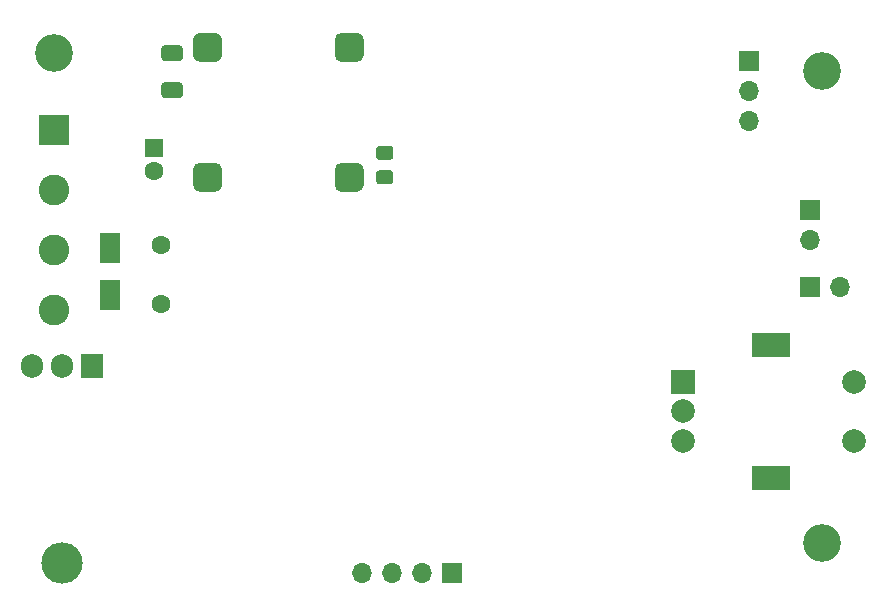
<source format=gbr>
%TF.GenerationSoftware,KiCad,Pcbnew,(5.1.10)-1*%
%TF.CreationDate,2021-10-19T15:37:20+02:00*%
%TF.ProjectId,OpenHeat,4f70656e-4865-4617-942e-6b696361645f,1.0*%
%TF.SameCoordinates,Original*%
%TF.FileFunction,Soldermask,Bot*%
%TF.FilePolarity,Negative*%
%FSLAX46Y46*%
G04 Gerber Fmt 4.6, Leading zero omitted, Abs format (unit mm)*
G04 Created by KiCad (PCBNEW (5.1.10)-1) date 2021-10-19 15:37:20*
%MOMM*%
%LPD*%
G01*
G04 APERTURE LIST*
%ADD10O,1.905000X2.000000*%
%ADD11R,1.905000X2.000000*%
%ADD12O,3.500000X3.500000*%
%ADD13C,3.200000*%
%ADD14R,2.000000X2.000000*%
%ADD15C,2.000000*%
%ADD16R,3.200000X2.000000*%
%ADD17O,1.700000X1.700000*%
%ADD18R,1.700000X1.700000*%
%ADD19C,2.600000*%
%ADD20R,2.600000X2.600000*%
%ADD21R,1.800000X2.500000*%
%ADD22C,1.600000*%
%ADD23R,1.600000X1.600000*%
G04 APERTURE END LIST*
D10*
%TO.C,Q2*%
X103170000Y-130000000D03*
X105710000Y-130000000D03*
D11*
X108250000Y-130000000D03*
D12*
X105710000Y-146660000D03*
%TD*%
D13*
%TO.C,H4*%
X170000000Y-105000000D03*
%TD*%
%TO.C,H3*%
X170000000Y-145000000D03*
%TD*%
%TO.C,H1*%
X105000000Y-103500000D03*
%TD*%
%TO.C,U1*%
G36*
G01*
X128750000Y-103625000D02*
X128750000Y-102375000D01*
G75*
G02*
X129375000Y-101750000I625000J0D01*
G01*
X130625000Y-101750000D01*
G75*
G02*
X131250000Y-102375000I0J-625000D01*
G01*
X131250000Y-103625000D01*
G75*
G02*
X130625000Y-104250000I-625000J0D01*
G01*
X129375000Y-104250000D01*
G75*
G02*
X128750000Y-103625000I0J625000D01*
G01*
G37*
G36*
G01*
X118625000Y-104250000D02*
X117375000Y-104250000D01*
G75*
G02*
X116750000Y-103625000I0J625000D01*
G01*
X116750000Y-102375000D01*
G75*
G02*
X117375000Y-101750000I625000J0D01*
G01*
X118625000Y-101750000D01*
G75*
G02*
X119250000Y-102375000I0J-625000D01*
G01*
X119250000Y-103625000D01*
G75*
G02*
X118625000Y-104250000I-625000J0D01*
G01*
G37*
G36*
G01*
X119250000Y-113375000D02*
X119250000Y-114625000D01*
G75*
G02*
X118625000Y-115250000I-625000J0D01*
G01*
X117375000Y-115250000D01*
G75*
G02*
X116750000Y-114625000I0J625000D01*
G01*
X116750000Y-113375000D01*
G75*
G02*
X117375000Y-112750000I625000J0D01*
G01*
X118625000Y-112750000D01*
G75*
G02*
X119250000Y-113375000I0J-625000D01*
G01*
G37*
G36*
G01*
X129375000Y-112750000D02*
X130625000Y-112750000D01*
G75*
G02*
X131250000Y-113375000I0J-625000D01*
G01*
X131250000Y-114625000D01*
G75*
G02*
X130625000Y-115250000I-625000J0D01*
G01*
X129375000Y-115250000D01*
G75*
G02*
X128750000Y-114625000I0J625000D01*
G01*
X128750000Y-113375000D01*
G75*
G02*
X129375000Y-112750000I625000J0D01*
G01*
G37*
%TD*%
D14*
%TO.C,SW1*%
X158242000Y-131318000D03*
D15*
X158242000Y-133818000D03*
X158242000Y-136318000D03*
D16*
X165742000Y-128218000D03*
X165742000Y-139418000D03*
D15*
X172742000Y-131318000D03*
X172742000Y-136318000D03*
%TD*%
D17*
%TO.C,JP1*%
X171540000Y-123250000D03*
D18*
X169000000Y-123250000D03*
%TD*%
D17*
%TO.C,J5*%
X169000000Y-119290000D03*
D18*
X169000000Y-116750000D03*
%TD*%
D17*
%TO.C,J4*%
X163830000Y-109220000D03*
X163830000Y-106680000D03*
D18*
X163830000Y-104140000D03*
%TD*%
D17*
%TO.C,J3*%
X131064000Y-147500000D03*
X133604000Y-147500000D03*
X136144000Y-147500000D03*
D18*
X138684000Y-147500000D03*
%TD*%
D19*
%TO.C,J1*%
X105000000Y-125240000D03*
X105000000Y-120160000D03*
X105000000Y-115080000D03*
D20*
X105000000Y-110000000D03*
%TD*%
D21*
%TO.C,D4*%
X109750000Y-124000000D03*
X109750000Y-120000000D03*
%TD*%
D22*
%TO.C,C9*%
X114046000Y-119750000D03*
X114046000Y-124750000D03*
%TD*%
%TO.C,C3*%
G36*
G01*
X133475000Y-112512500D02*
X132525000Y-112512500D01*
G75*
G02*
X132275000Y-112262500I0J250000D01*
G01*
X132275000Y-111587500D01*
G75*
G02*
X132525000Y-111337500I250000J0D01*
G01*
X133475000Y-111337500D01*
G75*
G02*
X133725000Y-111587500I0J-250000D01*
G01*
X133725000Y-112262500D01*
G75*
G02*
X133475000Y-112512500I-250000J0D01*
G01*
G37*
G36*
G01*
X133475000Y-114587500D02*
X132525000Y-114587500D01*
G75*
G02*
X132275000Y-114337500I0J250000D01*
G01*
X132275000Y-113662500D01*
G75*
G02*
X132525000Y-113412500I250000J0D01*
G01*
X133475000Y-113412500D01*
G75*
G02*
X133725000Y-113662500I0J-250000D01*
G01*
X133725000Y-114337500D01*
G75*
G02*
X133475000Y-114587500I-250000J0D01*
G01*
G37*
%TD*%
%TO.C,C2*%
G36*
G01*
X114349999Y-105962500D02*
X115650001Y-105962500D01*
G75*
G02*
X115900000Y-106212499I0J-249999D01*
G01*
X115900000Y-107037501D01*
G75*
G02*
X115650001Y-107287500I-249999J0D01*
G01*
X114349999Y-107287500D01*
G75*
G02*
X114100000Y-107037501I0J249999D01*
G01*
X114100000Y-106212499D01*
G75*
G02*
X114349999Y-105962500I249999J0D01*
G01*
G37*
G36*
G01*
X114349999Y-102837500D02*
X115650001Y-102837500D01*
G75*
G02*
X115900000Y-103087499I0J-249999D01*
G01*
X115900000Y-103912501D01*
G75*
G02*
X115650001Y-104162500I-249999J0D01*
G01*
X114349999Y-104162500D01*
G75*
G02*
X114100000Y-103912501I0J249999D01*
G01*
X114100000Y-103087499D01*
G75*
G02*
X114349999Y-102837500I249999J0D01*
G01*
G37*
%TD*%
%TO.C,C1*%
X113500000Y-113500000D03*
D23*
X113500000Y-111500000D03*
%TD*%
M02*

</source>
